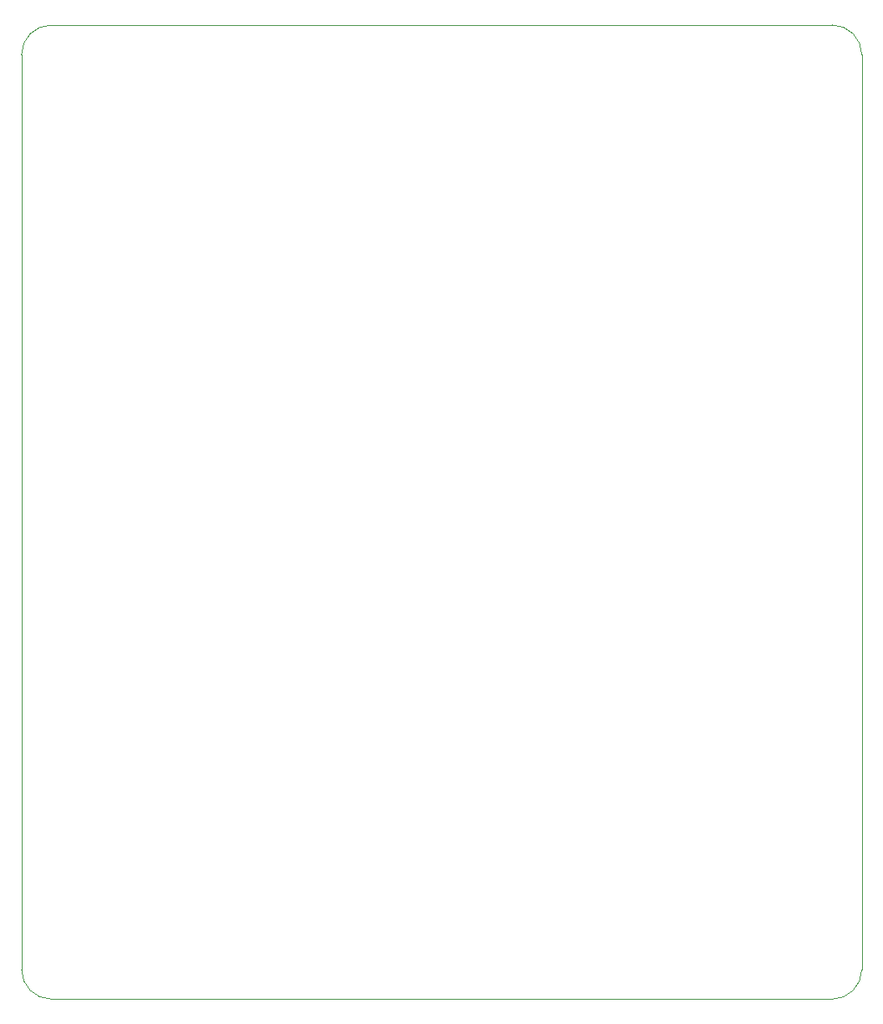
<source format=gm1>
G04 #@! TF.FileFunction,Profile,NP*
%FSLAX46Y46*%
G04 Gerber Fmt 4.6, Leading zero omitted, Abs format (unit mm)*
G04 Created by KiCad (PCBNEW 4.0.2+dfsg1-stable) date 2017년 07월 06일 (목) 오전 10시 53분 42초*
%MOMM*%
G01*
G04 APERTURE LIST*
%ADD10C,0.100000*%
G04 APERTURE END LIST*
D10*
X161000000Y-27500000D02*
X161000000Y-120000000D01*
X76000000Y-27500000D02*
X76000000Y-120000000D01*
X158000000Y-24500000D02*
X79000000Y-24500000D01*
X161000000Y-27500000D02*
G75*
G03X158000000Y-24500000I-3000000J0D01*
G01*
X79000000Y-24500000D02*
G75*
G03X76000000Y-27500000I0J-3000000D01*
G01*
X158000000Y-123000000D02*
G75*
G03X161000000Y-120000000I0J3000000D01*
G01*
X76000000Y-120000000D02*
G75*
G03X79000000Y-123000000I3000000J0D01*
G01*
X158000000Y-123000000D02*
X79000000Y-123000000D01*
M02*

</source>
